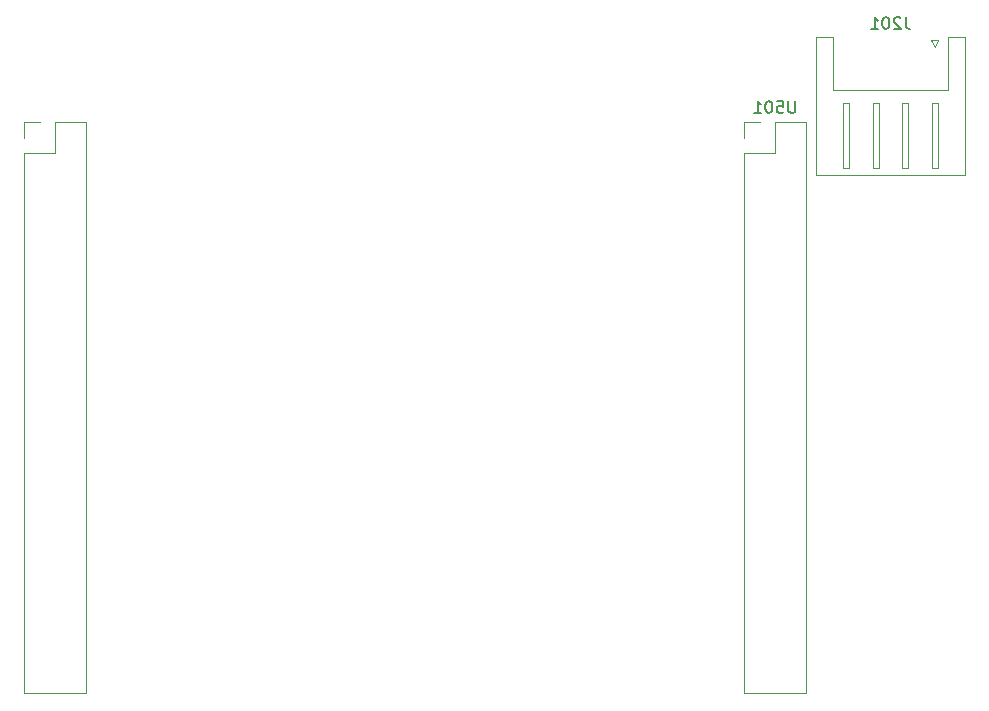
<source format=gbr>
%TF.GenerationSoftware,KiCad,Pcbnew,8.0.0-8.0.0-1~ubuntu22.04.1*%
%TF.CreationDate,2024-03-21T09:18:37+01:00*%
%TF.ProjectId,uC_TP_Boussole_mb,75435f54-505f-4426-9f75-73736f6c655f,rev?*%
%TF.SameCoordinates,Original*%
%TF.FileFunction,Legend,Bot*%
%TF.FilePolarity,Positive*%
%FSLAX46Y46*%
G04 Gerber Fmt 4.6, Leading zero omitted, Abs format (unit mm)*
G04 Created by KiCad (PCBNEW 8.0.0-8.0.0-1~ubuntu22.04.1) date 2024-03-21 09:18:37*
%MOMM*%
%LPD*%
G01*
G04 APERTURE LIST*
%ADD10C,0.150000*%
%ADD11C,0.120000*%
G04 APERTURE END LIST*
D10*
X177194285Y-79054819D02*
X177194285Y-79864342D01*
X177194285Y-79864342D02*
X177146666Y-79959580D01*
X177146666Y-79959580D02*
X177099047Y-80007200D01*
X177099047Y-80007200D02*
X177003809Y-80054819D01*
X177003809Y-80054819D02*
X176813333Y-80054819D01*
X176813333Y-80054819D02*
X176718095Y-80007200D01*
X176718095Y-80007200D02*
X176670476Y-79959580D01*
X176670476Y-79959580D02*
X176622857Y-79864342D01*
X176622857Y-79864342D02*
X176622857Y-79054819D01*
X175670476Y-79054819D02*
X176146666Y-79054819D01*
X176146666Y-79054819D02*
X176194285Y-79531009D01*
X176194285Y-79531009D02*
X176146666Y-79483390D01*
X176146666Y-79483390D02*
X176051428Y-79435771D01*
X176051428Y-79435771D02*
X175813333Y-79435771D01*
X175813333Y-79435771D02*
X175718095Y-79483390D01*
X175718095Y-79483390D02*
X175670476Y-79531009D01*
X175670476Y-79531009D02*
X175622857Y-79626247D01*
X175622857Y-79626247D02*
X175622857Y-79864342D01*
X175622857Y-79864342D02*
X175670476Y-79959580D01*
X175670476Y-79959580D02*
X175718095Y-80007200D01*
X175718095Y-80007200D02*
X175813333Y-80054819D01*
X175813333Y-80054819D02*
X176051428Y-80054819D01*
X176051428Y-80054819D02*
X176146666Y-80007200D01*
X176146666Y-80007200D02*
X176194285Y-79959580D01*
X175003809Y-79054819D02*
X174908571Y-79054819D01*
X174908571Y-79054819D02*
X174813333Y-79102438D01*
X174813333Y-79102438D02*
X174765714Y-79150057D01*
X174765714Y-79150057D02*
X174718095Y-79245295D01*
X174718095Y-79245295D02*
X174670476Y-79435771D01*
X174670476Y-79435771D02*
X174670476Y-79673866D01*
X174670476Y-79673866D02*
X174718095Y-79864342D01*
X174718095Y-79864342D02*
X174765714Y-79959580D01*
X174765714Y-79959580D02*
X174813333Y-80007200D01*
X174813333Y-80007200D02*
X174908571Y-80054819D01*
X174908571Y-80054819D02*
X175003809Y-80054819D01*
X175003809Y-80054819D02*
X175099047Y-80007200D01*
X175099047Y-80007200D02*
X175146666Y-79959580D01*
X175146666Y-79959580D02*
X175194285Y-79864342D01*
X175194285Y-79864342D02*
X175241904Y-79673866D01*
X175241904Y-79673866D02*
X175241904Y-79435771D01*
X175241904Y-79435771D02*
X175194285Y-79245295D01*
X175194285Y-79245295D02*
X175146666Y-79150057D01*
X175146666Y-79150057D02*
X175099047Y-79102438D01*
X175099047Y-79102438D02*
X175003809Y-79054819D01*
X173718095Y-80054819D02*
X174289523Y-80054819D01*
X174003809Y-80054819D02*
X174003809Y-79054819D01*
X174003809Y-79054819D02*
X174099047Y-79197676D01*
X174099047Y-79197676D02*
X174194285Y-79292914D01*
X174194285Y-79292914D02*
X174289523Y-79340533D01*
X186535714Y-71954819D02*
X186535714Y-72669104D01*
X186535714Y-72669104D02*
X186583333Y-72811961D01*
X186583333Y-72811961D02*
X186678571Y-72907200D01*
X186678571Y-72907200D02*
X186821428Y-72954819D01*
X186821428Y-72954819D02*
X186916666Y-72954819D01*
X186107142Y-72050057D02*
X186059523Y-72002438D01*
X186059523Y-72002438D02*
X185964285Y-71954819D01*
X185964285Y-71954819D02*
X185726190Y-71954819D01*
X185726190Y-71954819D02*
X185630952Y-72002438D01*
X185630952Y-72002438D02*
X185583333Y-72050057D01*
X185583333Y-72050057D02*
X185535714Y-72145295D01*
X185535714Y-72145295D02*
X185535714Y-72240533D01*
X185535714Y-72240533D02*
X185583333Y-72383390D01*
X185583333Y-72383390D02*
X186154761Y-72954819D01*
X186154761Y-72954819D02*
X185535714Y-72954819D01*
X184916666Y-71954819D02*
X184821428Y-71954819D01*
X184821428Y-71954819D02*
X184726190Y-72002438D01*
X184726190Y-72002438D02*
X184678571Y-72050057D01*
X184678571Y-72050057D02*
X184630952Y-72145295D01*
X184630952Y-72145295D02*
X184583333Y-72335771D01*
X184583333Y-72335771D02*
X184583333Y-72573866D01*
X184583333Y-72573866D02*
X184630952Y-72764342D01*
X184630952Y-72764342D02*
X184678571Y-72859580D01*
X184678571Y-72859580D02*
X184726190Y-72907200D01*
X184726190Y-72907200D02*
X184821428Y-72954819D01*
X184821428Y-72954819D02*
X184916666Y-72954819D01*
X184916666Y-72954819D02*
X185011904Y-72907200D01*
X185011904Y-72907200D02*
X185059523Y-72859580D01*
X185059523Y-72859580D02*
X185107142Y-72764342D01*
X185107142Y-72764342D02*
X185154761Y-72573866D01*
X185154761Y-72573866D02*
X185154761Y-72335771D01*
X185154761Y-72335771D02*
X185107142Y-72145295D01*
X185107142Y-72145295D02*
X185059523Y-72050057D01*
X185059523Y-72050057D02*
X185011904Y-72002438D01*
X185011904Y-72002438D02*
X184916666Y-71954819D01*
X183630952Y-72954819D02*
X184202380Y-72954819D01*
X183916666Y-72954819D02*
X183916666Y-71954819D01*
X183916666Y-71954819D02*
X184011904Y-72097676D01*
X184011904Y-72097676D02*
X184107142Y-72192914D01*
X184107142Y-72192914D02*
X184202380Y-72240533D01*
D11*
%TO.C,U501*%
X111920000Y-80810000D02*
X111920000Y-82140000D01*
X111920000Y-83410000D02*
X111920000Y-129190000D01*
X113250000Y-80810000D02*
X111920000Y-80810000D01*
X114520000Y-80810000D02*
X114520000Y-83410000D01*
X114520000Y-83410000D02*
X111920000Y-83410000D01*
X117120000Y-80810000D02*
X114520000Y-80810000D01*
X117120000Y-80810000D02*
X117120000Y-129190000D01*
X117120000Y-129190000D02*
X111920000Y-129190000D01*
X172880000Y-80820000D02*
X172880000Y-82150000D01*
X172880000Y-83420000D02*
X172880000Y-129200000D01*
X174210000Y-80820000D02*
X172880000Y-80820000D01*
X175480000Y-80820000D02*
X175480000Y-83420000D01*
X175480000Y-83420000D02*
X172880000Y-83420000D01*
X178080000Y-80820000D02*
X175480000Y-80820000D01*
X178080000Y-80820000D02*
X178080000Y-129200000D01*
X178080000Y-129200000D02*
X172880000Y-129200000D01*
%TO.C,J201*%
X178940000Y-73590000D02*
X178940000Y-85310000D01*
X178940000Y-85310000D02*
X185250000Y-85310000D01*
X180360000Y-73590000D02*
X178940000Y-73590000D01*
X180360000Y-78090000D02*
X180360000Y-73590000D01*
X181250000Y-79200000D02*
X181250000Y-84700000D01*
X181250000Y-84700000D02*
X181750000Y-84700000D01*
X181750000Y-79200000D02*
X181250000Y-79200000D01*
X181750000Y-84700000D02*
X181750000Y-79200000D01*
X183750000Y-79200000D02*
X183750000Y-84700000D01*
X183750000Y-84700000D02*
X184250000Y-84700000D01*
X184250000Y-79200000D02*
X183750000Y-79200000D01*
X184250000Y-84700000D02*
X184250000Y-79200000D01*
X185250000Y-78090000D02*
X180360000Y-78090000D01*
X185250000Y-78090000D02*
X190140000Y-78090000D01*
X186250000Y-79200000D02*
X186250000Y-84700000D01*
X186250000Y-84700000D02*
X186750000Y-84700000D01*
X186750000Y-79200000D02*
X186250000Y-79200000D01*
X186750000Y-84700000D02*
X186750000Y-79200000D01*
X188700000Y-73900000D02*
X189300000Y-73900000D01*
X188750000Y-79200000D02*
X188750000Y-84700000D01*
X188750000Y-84700000D02*
X189250000Y-84700000D01*
X189000000Y-74500000D02*
X188700000Y-73900000D01*
X189250000Y-79200000D02*
X188750000Y-79200000D01*
X189250000Y-84700000D02*
X189250000Y-79200000D01*
X189300000Y-73900000D02*
X189000000Y-74500000D01*
X190140000Y-73590000D02*
X191560000Y-73590000D01*
X190140000Y-78090000D02*
X190140000Y-73590000D01*
X191560000Y-73590000D02*
X191560000Y-85310000D01*
X191560000Y-85310000D02*
X185250000Y-85310000D01*
%TD*%
M02*

</source>
